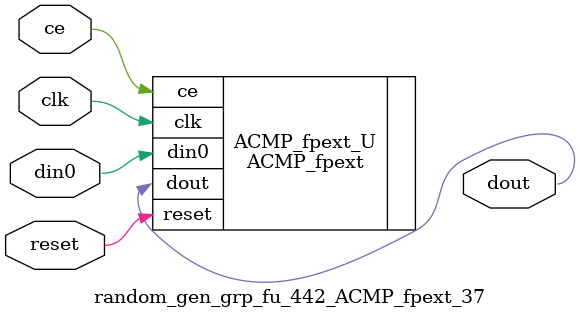
<source format=v>

`timescale 1 ns / 1 ps
module random_gen_grp_fu_442_ACMP_fpext_37(
    clk,
    reset,
    ce,
    din0,
    dout);

parameter ID = 32'd1;
parameter NUM_STAGE = 32'd1;
parameter din0_WIDTH = 32'd1;
parameter dout_WIDTH = 32'd1;
input clk;
input reset;
input ce;
input[din0_WIDTH - 1:0] din0;
output[dout_WIDTH - 1:0] dout;



ACMP_fpext #(
.ID( ID ),
.NUM_STAGE( 2 ),
.din0_WIDTH( din0_WIDTH ),
.dout_WIDTH( dout_WIDTH ))
ACMP_fpext_U(
    .clk( clk ),
    .reset( reset ),
    .ce( ce ),
    .din0( din0 ),
    .dout( dout ));

endmodule

</source>
